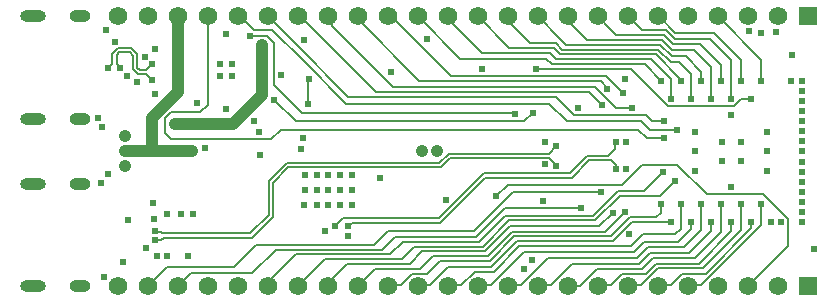
<source format=gbl>
G04*
G04 #@! TF.GenerationSoftware,Altium Limited,Altium Designer,24.5.2 (23)*
G04*
G04 Layer_Physical_Order=4*
G04 Layer_Color=16711680*
%FSLAX25Y25*%
%MOIN*%
G70*
G04*
G04 #@! TF.SameCoordinates,691D43E0-75DC-4999-8F72-E41A8CCF96D7*
G04*
G04*
G04 #@! TF.FilePolarity,Positive*
G04*
G01*
G75*
%ADD11C,0.00600*%
%ADD52C,0.04200*%
%ADD55R,0.06200X0.06200*%
%ADD56C,0.06200*%
%ADD60C,0.00603*%
%ADD64O,0.08661X0.03937*%
%ADD65O,0.07087X0.03937*%
%ADD66C,0.02400*%
%ADD67C,0.04000*%
D11*
X111153Y65900D02*
X178800D01*
X97053Y80000D02*
X111153Y65900D01*
X178800D02*
X184700Y60000D01*
X167400Y62700D02*
X167600Y62500D01*
X96500Y62700D02*
X167400D01*
X94400Y60100D02*
X170600D01*
X87200Y67300D02*
X94400Y60100D01*
X170600D02*
X173300Y62800D01*
X208500Y57300D02*
X211300Y54500D01*
X89300Y57300D02*
X208500D01*
X86000Y54000D02*
X89300Y57300D01*
X87000Y72200D02*
X96500Y62700D01*
X52900Y63100D02*
X62500D01*
X50800Y56100D02*
Y61000D01*
X52900Y63100D01*
Y54000D02*
X86000D01*
X50800Y56100D02*
X52900Y54000D01*
X62500Y63100D02*
X65000Y65600D01*
Y95000D01*
X181147Y68100D02*
X187247Y62000D01*
X111900Y68100D02*
X181147D01*
X94000Y86000D02*
X111900Y68100D01*
X121000Y69900D02*
X192100D01*
X95900Y95000D02*
X121000Y69900D01*
X192100D02*
X196500Y65500D01*
X194147Y71500D02*
X201147Y64500D01*
X126900Y71500D02*
X194147D01*
X106453Y91947D02*
X126900Y71500D01*
X198100Y70900D02*
Y71268D01*
X195968Y73400D02*
X198100Y71268D01*
X135600Y73400D02*
X195968D01*
X115000Y94000D02*
X135600Y73400D01*
X177900Y80900D02*
X179800Y79000D01*
X135000Y95000D02*
X149100Y80900D01*
X177900D01*
X179800Y79000D02*
X210622D01*
X180947Y80753D02*
X212847D01*
X156600Y82700D02*
X179000D01*
X180947Y80753D01*
X87000Y72200D02*
Y86300D01*
X84700Y88600D02*
X87000Y86300D01*
X79000Y88600D02*
X84700D01*
X165000Y93593D02*
X172493Y86100D01*
X180963D01*
X165000Y93593D02*
Y95000D01*
X180963Y86100D02*
X183094Y83969D01*
X145000Y94300D02*
X156600Y82700D01*
X94000Y86000D02*
X94000D01*
X85000Y95000D02*
X94000Y86000D01*
X97053Y80000D02*
X97053D01*
X86453Y90600D02*
X97053Y80000D01*
X80300Y90600D02*
X86453D01*
X95000Y95000D02*
X95900D01*
X105000Y93593D02*
Y95000D01*
Y93593D02*
X106453Y92140D01*
Y91947D02*
Y92140D01*
X145000Y94300D02*
Y95000D01*
X165500Y84500D02*
X180300D01*
X155000Y95000D02*
X165500Y84500D01*
X180300D02*
X182447Y82353D01*
X135000Y95000D02*
X135000D01*
X146000Y75200D02*
X197800D01*
X126200Y95000D02*
X146000Y75200D01*
X182447Y82353D02*
X214353D01*
X183094Y83969D02*
X215218D01*
X182400Y87600D02*
X184431Y85569D01*
X215880D01*
X182400Y87600D02*
X182400D01*
X175000Y95000D02*
X182400Y87600D01*
X185000Y93593D02*
X191424Y87169D01*
X216543D01*
X201231Y88769D02*
X217206D01*
X199200Y90800D02*
X199200D01*
X201231Y88769D01*
X195000Y95000D02*
X199200Y90800D01*
X185000Y93593D02*
Y95000D01*
X174500Y77500D02*
X174600Y77400D01*
X206100D01*
X187247Y62000D02*
X211200D01*
X258536Y25504D02*
Y27409D01*
X245000Y5000D02*
X258500Y18500D01*
Y25468D01*
X250250Y35696D02*
X258536Y27409D01*
X258500Y25468D02*
X258536Y25504D01*
X210998Y9200D02*
X214398Y12600D01*
X228700D01*
X239504Y23404D01*
X215060Y11000D02*
X230100D01*
X209600Y5540D02*
X215060Y11000D01*
X230100D02*
X242854Y23754D01*
X209900Y10800D02*
X213500Y14400D01*
X227300D02*
X236161Y23261D01*
X213500Y14400D02*
X227300D01*
X225500Y16200D02*
X232811Y23511D01*
X208637Y12400D02*
X212437Y16200D01*
X225500D01*
X223900Y18100D02*
X229468Y23668D01*
X211900Y18100D02*
X223900D01*
X208200Y14400D02*
X211900Y18100D01*
X207100Y16400D02*
X210600Y19900D01*
X221800D02*
X226118Y24218D01*
X210600Y19900D02*
X221800D01*
X210000Y22400D02*
X220900D01*
X222776Y24276D01*
X206000Y18400D02*
X210000Y22400D01*
X242854Y23754D02*
Y32500D01*
X236161Y23261D02*
Y32500D01*
X232811Y23511D02*
Y26457D01*
X239504Y23404D02*
Y26457D01*
X229468Y23668D02*
Y32500D01*
X226118Y24218D02*
Y26457D01*
X229600Y5540D02*
X249547Y25487D01*
Y32500D01*
X230998Y9200D02*
X246197Y24399D01*
Y26457D01*
X125187Y23500D02*
X153900D01*
X166800Y36400D01*
X164200Y31200D02*
X189600D01*
X127500Y21600D02*
X154600D01*
X164200Y31200D01*
X164100Y28600D02*
X193585D01*
X155400Y19900D02*
X164100Y28600D01*
X130100Y19900D02*
X155400D01*
X194800Y10800D02*
X209900D01*
X160400Y9900D02*
X168900Y18400D01*
X206000D01*
X170460Y16400D02*
X207100D01*
X159600Y5540D02*
X170460Y16400D01*
X178460Y14400D02*
X208200D01*
X169600Y5540D02*
X178460Y14400D01*
X186400Y12400D02*
X208637D01*
X179503Y5503D02*
X186400Y12400D01*
X197800Y75200D02*
X203500Y69500D01*
X226114Y67500D02*
Y75786D01*
X219386Y79800D02*
X222100D01*
X226114Y75786D01*
X210622Y79000D02*
X216079Y73543D01*
X212847Y80753D02*
X219421Y74179D01*
Y67500D02*
Y74179D01*
X222072Y74622D02*
Y74634D01*
X214353Y82353D02*
X222072Y74634D01*
X222772Y73543D02*
Y73922D01*
X222072Y74622D02*
X222772Y73922D01*
X215218Y83969D02*
X219386Y79800D01*
X227000Y83800D02*
X232807Y77993D01*
X216543Y87169D02*
X219912Y83800D01*
X227000D01*
X215880Y85569D02*
X219749Y81700D01*
X224300D02*
X229465Y76535D01*
X219749Y81700D02*
X224300D01*
X229465Y73543D02*
Y76535D01*
X211200Y62000D02*
X213180Y60020D01*
X216980D01*
X209400Y60000D02*
X212400Y57000D01*
X221500D01*
X184700Y60000D02*
X209400D01*
X211300Y54500D02*
X217000D01*
X125913Y15713D02*
X130100Y19900D01*
X123213Y17313D02*
X127500Y21600D01*
X120600Y18913D02*
X125187Y23500D01*
X81213Y18913D02*
X120600D01*
X142500Y13500D02*
X159000D01*
X138200Y9200D02*
X142500Y13500D01*
X133260Y9200D02*
X138200D01*
X135700Y10800D02*
X140000Y15100D01*
X158337D01*
X120800Y10800D02*
X135700D01*
X132313Y12513D02*
X136500Y16700D01*
X111513Y12513D02*
X132313D01*
X136500Y16700D02*
X157500D01*
X133900Y18300D02*
X156837D01*
X129713Y14113D02*
X133900Y18300D01*
X104113Y14113D02*
X129713D01*
X94313Y15713D02*
X125913D01*
X87613Y17313D02*
X123213D01*
X59400Y9400D02*
X79700D01*
X87613Y17313D01*
X85000Y5000D02*
Y6400D01*
X94313Y15713D01*
X73700Y11400D02*
X81213Y18913D01*
X51400Y11400D02*
X73700D01*
X45000Y5000D02*
X51400Y11400D01*
X206100Y77400D02*
X218300Y65200D01*
X240453D01*
X232807Y67500D02*
Y77993D01*
X232400Y87500D02*
X239500Y80400D01*
Y67500D02*
Y80400D01*
X220737Y87500D02*
X232400D01*
X229200Y85800D02*
X236157Y78843D01*
Y73543D02*
Y78843D01*
X220175Y85800D02*
X229200D01*
X125000Y95000D02*
X126200D01*
X201147Y64500D02*
X206500D01*
X75900Y95000D02*
X80300Y90600D01*
X75000Y95000D02*
X75900D01*
X220900Y89600D02*
X233900D01*
X242850Y73543D02*
Y80650D01*
X233900Y89600D02*
X242850Y80650D01*
X217869Y90369D02*
X220737Y87500D01*
X215500Y95000D02*
X220900Y89600D01*
X231504Y35696D02*
X250250D01*
X209800Y45600D02*
X221600D01*
X231504Y35696D01*
X203100Y38900D02*
X209800Y45600D01*
X165100Y38900D02*
X203100D01*
X55000Y5000D02*
X59400Y9400D01*
X166800Y36400D02*
X196000D01*
X161200Y35000D02*
X165100Y38900D01*
X98500Y65800D02*
X98600Y65900D01*
Y74000D01*
X98700Y74100D01*
X201685Y36700D02*
X210393D01*
X216846Y43154D01*
X193585Y28600D02*
X201685Y36700D01*
X202347Y35100D02*
X215900D01*
X220900Y40100D01*
X194247Y27000D02*
X202347Y35100D01*
X165537Y27000D02*
X194247D01*
X115000Y94000D02*
Y95000D01*
X240453Y65200D02*
X242753Y67500D01*
X246193D01*
X55000Y5000D02*
X55000D01*
X195500Y25000D02*
X200000Y29500D01*
X165800Y25000D02*
X195500D01*
X197458Y23300D02*
X204079Y29921D01*
X156837Y18300D02*
X165537Y27000D01*
X115014Y5014D02*
X120800Y10800D01*
X105000Y6000D02*
X111513Y12513D01*
X105000Y5000D02*
Y6000D01*
X95000Y5000D02*
X104113Y14113D01*
X157500Y16700D02*
X165800Y25000D01*
X158337Y15100D02*
X166537Y23300D01*
X197458D01*
X222776Y24276D02*
Y32500D01*
X185000Y5000D02*
X185014Y5014D01*
X189014D01*
X194800Y10800D01*
X175503Y5503D02*
X179503D01*
X175000Y5000D02*
X175503Y5503D01*
X159000Y13500D02*
X167200Y21700D01*
X199303D01*
X139100Y5600D02*
X145000Y11500D01*
X159500D02*
X168100Y20100D01*
X145000Y11500D02*
X159500D01*
X168100Y20100D02*
X199965D01*
X149600Y5540D02*
X153960Y9900D01*
X160400D01*
X125000Y5000D02*
X125540Y5540D01*
X129600D01*
X133260Y9200D01*
X205659Y28057D02*
X214557D01*
X199303Y21700D02*
X205659Y28057D01*
X214557D02*
X216083Y29583D01*
Y32500D01*
X135600Y5600D02*
X139100D01*
X135000Y5000D02*
X135600Y5600D01*
X199965Y20100D02*
X206322Y26457D01*
X219425D01*
X145000Y5000D02*
X145540Y5540D01*
X149600D01*
X155540D02*
X159600D01*
X155000Y5000D02*
X155540Y5540D01*
X199600D02*
X203260Y9200D01*
X210998D01*
X165000Y5000D02*
X165540Y5540D01*
X169600D01*
X195000Y5000D02*
X195540Y5540D01*
X199600D01*
X205000Y5000D02*
X205540Y5540D01*
X209600D01*
X223260Y9200D02*
X230998D01*
X215000Y5000D02*
X215540Y5540D01*
X219600D01*
X223260Y9200D01*
X225540Y5540D02*
X229600D01*
X225000Y5000D02*
X225540Y5540D01*
X217206Y88769D02*
X220175Y85800D01*
X205000Y95000D02*
X209631Y90369D01*
X217869D01*
X215000Y95000D02*
X215500D01*
X235000D02*
X249543Y80457D01*
Y73543D02*
Y80457D01*
D52*
X141500Y50000D02*
D03*
X136500D02*
D03*
X37500Y55000D02*
D03*
Y50000D02*
D03*
Y45000D02*
D03*
D55*
X265000Y5000D02*
D03*
Y95000D02*
D03*
D56*
X35000Y5000D02*
D03*
X45000D02*
D03*
X55000D02*
D03*
X65000D02*
D03*
X75000D02*
D03*
X85000D02*
D03*
X95000D02*
D03*
X105000D02*
D03*
X115000D02*
D03*
X125000D02*
D03*
X135000D02*
D03*
X145000D02*
D03*
X155000D02*
D03*
X165000D02*
D03*
X175000D02*
D03*
X185000D02*
D03*
X195000D02*
D03*
X205000D02*
D03*
X215000D02*
D03*
X225000D02*
D03*
X235000D02*
D03*
X245000D02*
D03*
X255000D02*
D03*
X35000Y95000D02*
D03*
X45000D02*
D03*
X55000D02*
D03*
X65000D02*
D03*
X75000D02*
D03*
X85000D02*
D03*
X95000D02*
D03*
X105000D02*
D03*
X115000D02*
D03*
X125000D02*
D03*
X135000D02*
D03*
X145000D02*
D03*
X155000D02*
D03*
X165000D02*
D03*
X175000D02*
D03*
X185000D02*
D03*
X195000D02*
D03*
X205000D02*
D03*
X215000D02*
D03*
X225000D02*
D03*
X235000D02*
D03*
X245000D02*
D03*
X255000D02*
D03*
D60*
X141955Y27700D02*
X156955Y42700D01*
X107600Y25200D02*
X110100Y27700D01*
X141955D01*
X112055Y25200D02*
X113152Y26297D01*
X111900Y25200D02*
X112055D01*
X113152Y26297D02*
X142536D01*
X157536Y41297D01*
X186395D01*
X192161Y47063D01*
X185814Y42700D02*
X191580Y48466D01*
X156955Y42700D02*
X185814D01*
X41500Y77984D02*
X42383Y77101D01*
X40097Y77403D02*
X41802Y75699D01*
X40097Y77403D02*
Y81903D01*
X41500Y77984D02*
Y82484D01*
X42383Y77101D02*
X44401D01*
X41802Y75699D02*
X44401D01*
X39573Y84411D02*
X41500Y82484D01*
X38992Y83008D02*
X40097Y81903D01*
X35589Y83008D02*
X38992D01*
X35008Y84411D02*
X39573D01*
X44401Y75699D02*
X46300Y73800D01*
X44401Y77101D02*
X46300Y79000D01*
X33212Y82615D02*
X35008Y84411D01*
X34615Y82033D02*
X35589Y83008D01*
X32001Y77949D02*
X33212Y79160D01*
Y82615D01*
X31926Y77949D02*
X32001D01*
X35900Y77800D02*
Y77874D01*
X34615Y79160D02*
X35900Y77874D01*
X34615Y79160D02*
Y82033D01*
X142109Y46081D02*
X145279Y49251D01*
X178700D02*
X181200Y51752D01*
X145279Y49251D02*
X178700D01*
X181200Y51752D02*
Y51800D01*
X145860Y47848D02*
X178900D01*
X181218Y45530D01*
Y45300D02*
Y45530D01*
X47644Y23281D02*
X49345D01*
X49900Y22727D02*
X79224D01*
X47300Y23625D02*
X47644Y23281D01*
X49345D02*
X49900Y22727D01*
X50300Y21324D02*
X79805D01*
X47303Y20428D02*
X49404D01*
X47300Y20425D02*
X47303Y20428D01*
X49404D02*
X50300Y21324D01*
X79224Y22727D02*
X85297Y28800D01*
X86700Y28219D02*
Y39500D01*
X91878Y44678D01*
X79805Y21324D02*
X86700Y28219D01*
X85297Y28800D02*
Y40081D01*
X91297Y46081D01*
X142109D01*
X142690Y44678D02*
X145860Y47848D01*
X91878Y44678D02*
X142690D01*
X198465Y48466D02*
X200894Y50896D01*
X191580Y48466D02*
X198465D01*
X192161Y47063D02*
X199545D01*
X200978Y45630D01*
X201000Y53000D02*
X201059Y52941D01*
X200894Y50896D02*
Y52894D01*
X201000Y53000D01*
X200978Y44140D02*
Y45630D01*
Y44140D02*
X201118Y44000D01*
D64*
X6752Y39016D02*
D03*
Y5000D02*
D03*
Y95000D02*
D03*
Y60984D02*
D03*
D65*
X22500Y39016D02*
D03*
Y5000D02*
D03*
Y95000D02*
D03*
Y60984D02*
D03*
D66*
X89300Y75500D02*
D03*
X126000Y76600D02*
D03*
X97000Y87000D02*
D03*
X83000Y85500D02*
D03*
X167600Y62500D02*
D03*
X173300Y62800D02*
D03*
X47600Y69100D02*
D03*
X54000Y59100D02*
D03*
X96800Y54500D02*
D03*
X96000Y50700D02*
D03*
X64200Y51200D02*
D03*
X82000Y56600D02*
D03*
X80400Y60000D02*
D03*
X198100Y70900D02*
D03*
X156600Y77600D02*
D03*
X174500Y77500D02*
D03*
X188500Y64500D02*
D03*
X196500Y65500D02*
D03*
X170300Y10900D02*
D03*
X173100Y13900D02*
D03*
X219425Y26457D02*
D03*
X206500Y64500D02*
D03*
X87200Y67300D02*
D03*
X79000Y88600D02*
D03*
X222772Y73543D02*
D03*
X196000Y36400D02*
D03*
X46800Y32900D02*
D03*
X107600Y25200D02*
D03*
X111900D02*
D03*
X48000Y15000D02*
D03*
X249500Y89500D02*
D03*
X254600Y89700D02*
D03*
X161200Y35000D02*
D03*
X176900Y33500D02*
D03*
X189600Y31200D02*
D03*
X144400Y33800D02*
D03*
X245300Y90000D02*
D03*
X98700Y74100D02*
D03*
X98500Y65800D02*
D03*
X44300Y17700D02*
D03*
X71000Y64000D02*
D03*
X59900Y50000D02*
D03*
X82500Y48700D02*
D03*
X38000Y75000D02*
D03*
X34000Y86500D02*
D03*
X31000Y90500D02*
D03*
X28500Y61000D02*
D03*
X29850Y58000D02*
D03*
X44000Y81500D02*
D03*
X41500Y73000D02*
D03*
X31926Y77949D02*
D03*
X35900Y77800D02*
D03*
X46300Y73800D02*
D03*
Y79000D02*
D03*
X177600Y53200D02*
D03*
X177500Y45700D02*
D03*
X47300Y23625D02*
D03*
Y20425D02*
D03*
X38500Y27000D02*
D03*
X181218Y45300D02*
D03*
X181200Y51800D02*
D03*
X204500Y44100D02*
D03*
Y53000D02*
D03*
X220900Y40100D02*
D03*
X104100Y23500D02*
D03*
X111800Y21800D02*
D03*
X201118Y44000D02*
D03*
X201000Y53000D02*
D03*
X217000Y54500D02*
D03*
X31900Y42500D02*
D03*
X29500Y39500D02*
D03*
X47000Y27500D02*
D03*
X36900Y13100D02*
D03*
X30500Y8000D02*
D03*
X51500Y15000D02*
D03*
X58500D02*
D03*
X60000Y29000D02*
D03*
X56000D02*
D03*
X51500D02*
D03*
X97000Y32000D02*
D03*
X109000Y42000D02*
D03*
X97500D02*
D03*
X105000D02*
D03*
X113000D02*
D03*
X101500D02*
D03*
X109000Y37000D02*
D03*
X97500D02*
D03*
X105000D02*
D03*
X113000D02*
D03*
X101500D02*
D03*
Y32000D02*
D03*
X113000D02*
D03*
X105000D02*
D03*
X109000D02*
D03*
X122500Y41000D02*
D03*
X216980Y60020D02*
D03*
X73000Y75000D02*
D03*
X69000D02*
D03*
X73000Y79000D02*
D03*
X69000D02*
D03*
X71000Y89000D02*
D03*
X47500Y84000D02*
D03*
X61500Y66000D02*
D03*
X138000Y87500D02*
D03*
X221500Y57000D02*
D03*
X203500Y69500D02*
D03*
X204000Y74000D02*
D03*
X200000Y29500D02*
D03*
X204079Y29921D02*
D03*
X216846Y43154D02*
D03*
X205559Y22441D02*
D03*
X267000Y17500D02*
D03*
X259799Y82000D02*
D03*
X242700Y53200D02*
D03*
Y46800D02*
D03*
X236300D02*
D03*
Y53200D02*
D03*
X251508Y56492D02*
D03*
X239508Y62004D02*
D03*
X251508Y49996D02*
D03*
Y43500D02*
D03*
X239500Y37996D02*
D03*
X227500Y43508D02*
D03*
Y50004D02*
D03*
Y56500D02*
D03*
X259583Y73543D02*
D03*
X263047Y73425D02*
D03*
Y70079D02*
D03*
Y66732D02*
D03*
Y63386D02*
D03*
Y60039D02*
D03*
Y56693D02*
D03*
Y53347D02*
D03*
Y50000D02*
D03*
Y46654D02*
D03*
Y43307D02*
D03*
Y39961D02*
D03*
Y36614D02*
D03*
Y33268D02*
D03*
Y29921D02*
D03*
Y26575D02*
D03*
X246193Y67500D02*
D03*
X256236Y26457D02*
D03*
X252890D02*
D03*
X216079Y73543D02*
D03*
X216083Y32500D02*
D03*
X249547D02*
D03*
X246197Y26457D02*
D03*
X242854Y32500D02*
D03*
X239504Y26457D02*
D03*
X236161Y32500D02*
D03*
X232811Y26457D02*
D03*
X229468Y32500D02*
D03*
X226118Y26457D02*
D03*
X222776Y32500D02*
D03*
X219421Y67500D02*
D03*
X229465Y73543D02*
D03*
X226114Y67500D02*
D03*
X236157Y73543D02*
D03*
X232807Y67500D02*
D03*
X239500D02*
D03*
X242850Y73543D02*
D03*
X249543D02*
D03*
D67*
X83000Y68700D02*
Y85500D01*
X73400Y59100D02*
X83000Y68700D01*
X54000Y59100D02*
X73400D01*
X46300Y50000D02*
Y61200D01*
X55000Y69900D02*
Y95000D01*
X46300Y61200D02*
X55000Y69900D01*
X46300Y50000D02*
X59900D01*
X37500D02*
X46300D01*
M02*

</source>
